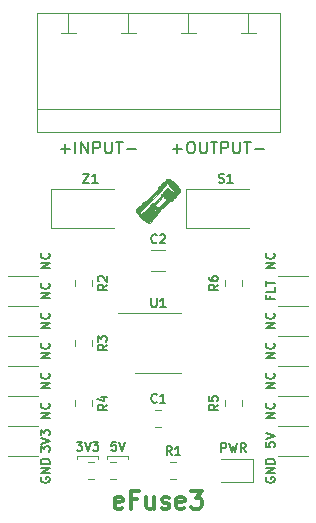
<source format=gbr>
G04 #@! TF.GenerationSoftware,KiCad,Pcbnew,(5.1.5)-3*
G04 #@! TF.CreationDate,2020-05-07T13:41:12+02:00*
G04 #@! TF.ProjectId,TPS25921A_eFuse,54505332-3539-4323-9141-5f6546757365,rev?*
G04 #@! TF.SameCoordinates,Original*
G04 #@! TF.FileFunction,Legend,Top*
G04 #@! TF.FilePolarity,Positive*
%FSLAX46Y46*%
G04 Gerber Fmt 4.6, Leading zero omitted, Abs format (unit mm)*
G04 Created by KiCad (PCBNEW (5.1.5)-3) date 2020-05-07 13:41:12*
%MOMM*%
%LPD*%
G04 APERTURE LIST*
%ADD10C,0.150000*%
%ADD11C,0.120000*%
%ADD12C,0.300000*%
%ADD13C,0.010000*%
G04 APERTURE END LIST*
D10*
X206719714Y-113628714D02*
X205957714Y-113628714D01*
X206719714Y-113193285D01*
X205957714Y-113193285D01*
X206647142Y-112395000D02*
X206683428Y-112431285D01*
X206719714Y-112540142D01*
X206719714Y-112612714D01*
X206683428Y-112721571D01*
X206610857Y-112794142D01*
X206538285Y-112830428D01*
X206393142Y-112866714D01*
X206284285Y-112866714D01*
X206139142Y-112830428D01*
X206066571Y-112794142D01*
X205994000Y-112721571D01*
X205957714Y-112612714D01*
X205957714Y-112540142D01*
X205994000Y-112431285D01*
X206030285Y-112395000D01*
X225769714Y-106008714D02*
X225007714Y-106008714D01*
X225769714Y-105573285D01*
X225007714Y-105573285D01*
X225697142Y-104775000D02*
X225733428Y-104811285D01*
X225769714Y-104920142D01*
X225769714Y-104992714D01*
X225733428Y-105101571D01*
X225660857Y-105174142D01*
X225588285Y-105210428D01*
X225443142Y-105246714D01*
X225334285Y-105246714D01*
X225189142Y-105210428D01*
X225116571Y-105174142D01*
X225044000Y-105101571D01*
X225007714Y-104992714D01*
X225007714Y-104920142D01*
X225044000Y-104811285D01*
X225080285Y-104775000D01*
X225370571Y-108439857D02*
X225370571Y-108693857D01*
X225769714Y-108693857D02*
X225007714Y-108693857D01*
X225007714Y-108331000D01*
X225769714Y-107677857D02*
X225769714Y-108040714D01*
X225007714Y-108040714D01*
X225007714Y-107532714D02*
X225007714Y-107097285D01*
X225769714Y-107315000D02*
X225007714Y-107315000D01*
X225769714Y-111088714D02*
X225007714Y-111088714D01*
X225769714Y-110653285D01*
X225007714Y-110653285D01*
X225697142Y-109855000D02*
X225733428Y-109891285D01*
X225769714Y-110000142D01*
X225769714Y-110072714D01*
X225733428Y-110181571D01*
X225660857Y-110254142D01*
X225588285Y-110290428D01*
X225443142Y-110326714D01*
X225334285Y-110326714D01*
X225189142Y-110290428D01*
X225116571Y-110254142D01*
X225044000Y-110181571D01*
X225007714Y-110072714D01*
X225007714Y-110000142D01*
X225044000Y-109891285D01*
X225080285Y-109855000D01*
X225769714Y-113628714D02*
X225007714Y-113628714D01*
X225769714Y-113193285D01*
X225007714Y-113193285D01*
X225697142Y-112395000D02*
X225733428Y-112431285D01*
X225769714Y-112540142D01*
X225769714Y-112612714D01*
X225733428Y-112721571D01*
X225660857Y-112794142D01*
X225588285Y-112830428D01*
X225443142Y-112866714D01*
X225334285Y-112866714D01*
X225189142Y-112830428D01*
X225116571Y-112794142D01*
X225044000Y-112721571D01*
X225007714Y-112612714D01*
X225007714Y-112540142D01*
X225044000Y-112431285D01*
X225080285Y-112395000D01*
X225769714Y-116168714D02*
X225007714Y-116168714D01*
X225769714Y-115733285D01*
X225007714Y-115733285D01*
X225697142Y-114935000D02*
X225733428Y-114971285D01*
X225769714Y-115080142D01*
X225769714Y-115152714D01*
X225733428Y-115261571D01*
X225660857Y-115334142D01*
X225588285Y-115370428D01*
X225443142Y-115406714D01*
X225334285Y-115406714D01*
X225189142Y-115370428D01*
X225116571Y-115334142D01*
X225044000Y-115261571D01*
X225007714Y-115152714D01*
X225007714Y-115080142D01*
X225044000Y-114971285D01*
X225080285Y-114935000D01*
X225769714Y-118708714D02*
X225007714Y-118708714D01*
X225769714Y-118273285D01*
X225007714Y-118273285D01*
X225697142Y-117475000D02*
X225733428Y-117511285D01*
X225769714Y-117620142D01*
X225769714Y-117692714D01*
X225733428Y-117801571D01*
X225660857Y-117874142D01*
X225588285Y-117910428D01*
X225443142Y-117946714D01*
X225334285Y-117946714D01*
X225189142Y-117910428D01*
X225116571Y-117874142D01*
X225044000Y-117801571D01*
X225007714Y-117692714D01*
X225007714Y-117620142D01*
X225044000Y-117511285D01*
X225080285Y-117475000D01*
X225007714Y-120795142D02*
X225007714Y-121158000D01*
X225370571Y-121194285D01*
X225334285Y-121158000D01*
X225298000Y-121085428D01*
X225298000Y-120904000D01*
X225334285Y-120831428D01*
X225370571Y-120795142D01*
X225443142Y-120758857D01*
X225624571Y-120758857D01*
X225697142Y-120795142D01*
X225733428Y-120831428D01*
X225769714Y-120904000D01*
X225769714Y-121085428D01*
X225733428Y-121158000D01*
X225697142Y-121194285D01*
X225007714Y-120541142D02*
X225769714Y-120287142D01*
X225007714Y-120033142D01*
X225044000Y-123770571D02*
X225007714Y-123843142D01*
X225007714Y-123952000D01*
X225044000Y-124060857D01*
X225116571Y-124133428D01*
X225189142Y-124169714D01*
X225334285Y-124206000D01*
X225443142Y-124206000D01*
X225588285Y-124169714D01*
X225660857Y-124133428D01*
X225733428Y-124060857D01*
X225769714Y-123952000D01*
X225769714Y-123879428D01*
X225733428Y-123770571D01*
X225697142Y-123734285D01*
X225443142Y-123734285D01*
X225443142Y-123879428D01*
X225769714Y-123407714D02*
X225007714Y-123407714D01*
X225769714Y-122972285D01*
X225007714Y-122972285D01*
X225769714Y-122609428D02*
X225007714Y-122609428D01*
X225007714Y-122428000D01*
X225044000Y-122319142D01*
X225116571Y-122246571D01*
X225189142Y-122210285D01*
X225334285Y-122174000D01*
X225443142Y-122174000D01*
X225588285Y-122210285D01*
X225660857Y-122246571D01*
X225733428Y-122319142D01*
X225769714Y-122428000D01*
X225769714Y-122609428D01*
X205994000Y-123770571D02*
X205957714Y-123843142D01*
X205957714Y-123952000D01*
X205994000Y-124060857D01*
X206066571Y-124133428D01*
X206139142Y-124169714D01*
X206284285Y-124206000D01*
X206393142Y-124206000D01*
X206538285Y-124169714D01*
X206610857Y-124133428D01*
X206683428Y-124060857D01*
X206719714Y-123952000D01*
X206719714Y-123879428D01*
X206683428Y-123770571D01*
X206647142Y-123734285D01*
X206393142Y-123734285D01*
X206393142Y-123879428D01*
X206719714Y-123407714D02*
X205957714Y-123407714D01*
X206719714Y-122972285D01*
X205957714Y-122972285D01*
X206719714Y-122609428D02*
X205957714Y-122609428D01*
X205957714Y-122428000D01*
X205994000Y-122319142D01*
X206066571Y-122246571D01*
X206139142Y-122210285D01*
X206284285Y-122174000D01*
X206393142Y-122174000D01*
X206538285Y-122210285D01*
X206610857Y-122246571D01*
X206683428Y-122319142D01*
X206719714Y-122428000D01*
X206719714Y-122609428D01*
X205957714Y-121593428D02*
X205957714Y-121121714D01*
X206248000Y-121375714D01*
X206248000Y-121266857D01*
X206284285Y-121194285D01*
X206320571Y-121158000D01*
X206393142Y-121121714D01*
X206574571Y-121121714D01*
X206647142Y-121158000D01*
X206683428Y-121194285D01*
X206719714Y-121266857D01*
X206719714Y-121484571D01*
X206683428Y-121557142D01*
X206647142Y-121593428D01*
X205957714Y-120904000D02*
X206719714Y-120650000D01*
X205957714Y-120396000D01*
X205957714Y-120214571D02*
X205957714Y-119742857D01*
X206248000Y-119996857D01*
X206248000Y-119888000D01*
X206284285Y-119815428D01*
X206320571Y-119779142D01*
X206393142Y-119742857D01*
X206574571Y-119742857D01*
X206647142Y-119779142D01*
X206683428Y-119815428D01*
X206719714Y-119888000D01*
X206719714Y-120105714D01*
X206683428Y-120178285D01*
X206647142Y-120214571D01*
X206719714Y-118708714D02*
X205957714Y-118708714D01*
X206719714Y-118273285D01*
X205957714Y-118273285D01*
X206647142Y-117475000D02*
X206683428Y-117511285D01*
X206719714Y-117620142D01*
X206719714Y-117692714D01*
X206683428Y-117801571D01*
X206610857Y-117874142D01*
X206538285Y-117910428D01*
X206393142Y-117946714D01*
X206284285Y-117946714D01*
X206139142Y-117910428D01*
X206066571Y-117874142D01*
X205994000Y-117801571D01*
X205957714Y-117692714D01*
X205957714Y-117620142D01*
X205994000Y-117511285D01*
X206030285Y-117475000D01*
X206719714Y-116168714D02*
X205957714Y-116168714D01*
X206719714Y-115733285D01*
X205957714Y-115733285D01*
X206647142Y-114935000D02*
X206683428Y-114971285D01*
X206719714Y-115080142D01*
X206719714Y-115152714D01*
X206683428Y-115261571D01*
X206610857Y-115334142D01*
X206538285Y-115370428D01*
X206393142Y-115406714D01*
X206284285Y-115406714D01*
X206139142Y-115370428D01*
X206066571Y-115334142D01*
X205994000Y-115261571D01*
X205957714Y-115152714D01*
X205957714Y-115080142D01*
X205994000Y-114971285D01*
X206030285Y-114935000D01*
X206719714Y-111088714D02*
X205957714Y-111088714D01*
X206719714Y-110653285D01*
X205957714Y-110653285D01*
X206647142Y-109855000D02*
X206683428Y-109891285D01*
X206719714Y-110000142D01*
X206719714Y-110072714D01*
X206683428Y-110181571D01*
X206610857Y-110254142D01*
X206538285Y-110290428D01*
X206393142Y-110326714D01*
X206284285Y-110326714D01*
X206139142Y-110290428D01*
X206066571Y-110254142D01*
X205994000Y-110181571D01*
X205957714Y-110072714D01*
X205957714Y-110000142D01*
X205994000Y-109891285D01*
X206030285Y-109855000D01*
X206719714Y-108548714D02*
X205957714Y-108548714D01*
X206719714Y-108113285D01*
X205957714Y-108113285D01*
X206647142Y-107315000D02*
X206683428Y-107351285D01*
X206719714Y-107460142D01*
X206719714Y-107532714D01*
X206683428Y-107641571D01*
X206610857Y-107714142D01*
X206538285Y-107750428D01*
X206393142Y-107786714D01*
X206284285Y-107786714D01*
X206139142Y-107750428D01*
X206066571Y-107714142D01*
X205994000Y-107641571D01*
X205957714Y-107532714D01*
X205957714Y-107460142D01*
X205994000Y-107351285D01*
X206030285Y-107315000D01*
X206719714Y-106008714D02*
X205957714Y-106008714D01*
X206719714Y-105573285D01*
X205957714Y-105573285D01*
X206647142Y-104775000D02*
X206683428Y-104811285D01*
X206719714Y-104920142D01*
X206719714Y-104992714D01*
X206683428Y-105101571D01*
X206610857Y-105174142D01*
X206538285Y-105210428D01*
X206393142Y-105246714D01*
X206284285Y-105246714D01*
X206139142Y-105210428D01*
X206066571Y-105174142D01*
X205994000Y-105101571D01*
X205957714Y-104992714D01*
X205957714Y-104920142D01*
X205994000Y-104811285D01*
X206030285Y-104775000D01*
D11*
X226060000Y-121920000D02*
X228600000Y-121920000D01*
X226060000Y-119380000D02*
X228600000Y-119380000D01*
X228600000Y-116840000D02*
X226060000Y-116840000D01*
X226060000Y-114300000D02*
X228600000Y-114300000D01*
X228600000Y-111760000D02*
X226060000Y-111760000D01*
X226060000Y-109220000D02*
X228600000Y-109220000D01*
X228600000Y-106680000D02*
X226060000Y-106680000D01*
X205740000Y-106680000D02*
X203200000Y-106680000D01*
X205740000Y-109220000D02*
X203200000Y-109220000D01*
X205740000Y-111760000D02*
X203200000Y-111760000D01*
X203200000Y-114300000D02*
X205740000Y-114300000D01*
X203200000Y-116840000D02*
X205740000Y-116840000D01*
X203200000Y-119380000D02*
X205740000Y-119380000D01*
X203200000Y-121920000D02*
X205740000Y-121920000D01*
D10*
X212325857Y-120740714D02*
X211963000Y-120740714D01*
X211926714Y-121103571D01*
X211963000Y-121067285D01*
X212035571Y-121031000D01*
X212217000Y-121031000D01*
X212289571Y-121067285D01*
X212325857Y-121103571D01*
X212362142Y-121176142D01*
X212362142Y-121357571D01*
X212325857Y-121430142D01*
X212289571Y-121466428D01*
X212217000Y-121502714D01*
X212035571Y-121502714D01*
X211963000Y-121466428D01*
X211926714Y-121430142D01*
X212579857Y-120740714D02*
X212833857Y-121502714D01*
X213087857Y-120740714D01*
X208987571Y-120740714D02*
X209459285Y-120740714D01*
X209205285Y-121031000D01*
X209314142Y-121031000D01*
X209386714Y-121067285D01*
X209423000Y-121103571D01*
X209459285Y-121176142D01*
X209459285Y-121357571D01*
X209423000Y-121430142D01*
X209386714Y-121466428D01*
X209314142Y-121502714D01*
X209096428Y-121502714D01*
X209023857Y-121466428D01*
X208987571Y-121430142D01*
X209677000Y-120740714D02*
X209931000Y-121502714D01*
X210185000Y-120740714D01*
X210366428Y-120740714D02*
X210838142Y-120740714D01*
X210584142Y-121031000D01*
X210693000Y-121031000D01*
X210765571Y-121067285D01*
X210801857Y-121103571D01*
X210838142Y-121176142D01*
X210838142Y-121357571D01*
X210801857Y-121430142D01*
X210765571Y-121466428D01*
X210693000Y-121502714D01*
X210475285Y-121502714D01*
X210402714Y-121466428D01*
X210366428Y-121430142D01*
D11*
X213360000Y-121920000D02*
X213360000Y-122174000D01*
X211582000Y-121920000D02*
X213360000Y-121920000D01*
X211582000Y-122174000D02*
X211582000Y-121920000D01*
X210820000Y-121920000D02*
X210820000Y-122174000D01*
X209042000Y-121920000D02*
X210820000Y-121920000D01*
X209042000Y-122174000D02*
X209042000Y-121920000D01*
D10*
X221234000Y-121629714D02*
X221234000Y-120867714D01*
X221524285Y-120867714D01*
X221596857Y-120904000D01*
X221633142Y-120940285D01*
X221669428Y-121012857D01*
X221669428Y-121121714D01*
X221633142Y-121194285D01*
X221596857Y-121230571D01*
X221524285Y-121266857D01*
X221234000Y-121266857D01*
X221923428Y-120867714D02*
X222104857Y-121629714D01*
X222250000Y-121085428D01*
X222395142Y-121629714D01*
X222576571Y-120867714D01*
X223302285Y-121629714D02*
X223048285Y-121266857D01*
X222866857Y-121629714D02*
X222866857Y-120867714D01*
X223157142Y-120867714D01*
X223229714Y-120904000D01*
X223266000Y-120940285D01*
X223302285Y-121012857D01*
X223302285Y-121121714D01*
X223266000Y-121194285D01*
X223229714Y-121230571D01*
X223157142Y-121266857D01*
X222866857Y-121266857D01*
X217146666Y-95956428D02*
X217908571Y-95956428D01*
X217527619Y-96337380D02*
X217527619Y-95575476D01*
X218575238Y-95337380D02*
X218765714Y-95337380D01*
X218860952Y-95385000D01*
X218956190Y-95480238D01*
X219003809Y-95670714D01*
X219003809Y-96004047D01*
X218956190Y-96194523D01*
X218860952Y-96289761D01*
X218765714Y-96337380D01*
X218575238Y-96337380D01*
X218480000Y-96289761D01*
X218384761Y-96194523D01*
X218337142Y-96004047D01*
X218337142Y-95670714D01*
X218384761Y-95480238D01*
X218480000Y-95385000D01*
X218575238Y-95337380D01*
X219432380Y-95337380D02*
X219432380Y-96146904D01*
X219480000Y-96242142D01*
X219527619Y-96289761D01*
X219622857Y-96337380D01*
X219813333Y-96337380D01*
X219908571Y-96289761D01*
X219956190Y-96242142D01*
X220003809Y-96146904D01*
X220003809Y-95337380D01*
X220337142Y-95337380D02*
X220908571Y-95337380D01*
X220622857Y-96337380D02*
X220622857Y-95337380D01*
X221241904Y-96337380D02*
X221241904Y-95337380D01*
X221622857Y-95337380D01*
X221718095Y-95385000D01*
X221765714Y-95432619D01*
X221813333Y-95527857D01*
X221813333Y-95670714D01*
X221765714Y-95765952D01*
X221718095Y-95813571D01*
X221622857Y-95861190D01*
X221241904Y-95861190D01*
X222241904Y-95337380D02*
X222241904Y-96146904D01*
X222289523Y-96242142D01*
X222337142Y-96289761D01*
X222432380Y-96337380D01*
X222622857Y-96337380D01*
X222718095Y-96289761D01*
X222765714Y-96242142D01*
X222813333Y-96146904D01*
X222813333Y-95337380D01*
X223146666Y-95337380D02*
X223718095Y-95337380D01*
X223432380Y-96337380D02*
X223432380Y-95337380D01*
X224051428Y-95956428D02*
X224813333Y-95956428D01*
X207653333Y-95956428D02*
X208415238Y-95956428D01*
X208034285Y-96337380D02*
X208034285Y-95575476D01*
X208891428Y-96337380D02*
X208891428Y-95337380D01*
X209367619Y-96337380D02*
X209367619Y-95337380D01*
X209939047Y-96337380D01*
X209939047Y-95337380D01*
X210415238Y-96337380D02*
X210415238Y-95337380D01*
X210796190Y-95337380D01*
X210891428Y-95385000D01*
X210939047Y-95432619D01*
X210986666Y-95527857D01*
X210986666Y-95670714D01*
X210939047Y-95765952D01*
X210891428Y-95813571D01*
X210796190Y-95861190D01*
X210415238Y-95861190D01*
X211415238Y-95337380D02*
X211415238Y-96146904D01*
X211462857Y-96242142D01*
X211510476Y-96289761D01*
X211605714Y-96337380D01*
X211796190Y-96337380D01*
X211891428Y-96289761D01*
X211939047Y-96242142D01*
X211986666Y-96146904D01*
X211986666Y-95337380D01*
X212320000Y-95337380D02*
X212891428Y-95337380D01*
X212605714Y-96337380D02*
X212605714Y-95337380D01*
X213224761Y-95956428D02*
X213986666Y-95956428D01*
D12*
X212852000Y-126346857D02*
X212706857Y-126419428D01*
X212416571Y-126419428D01*
X212271428Y-126346857D01*
X212198857Y-126201714D01*
X212198857Y-125621142D01*
X212271428Y-125476000D01*
X212416571Y-125403428D01*
X212706857Y-125403428D01*
X212852000Y-125476000D01*
X212924571Y-125621142D01*
X212924571Y-125766285D01*
X212198857Y-125911428D01*
X214085714Y-125621142D02*
X213577714Y-125621142D01*
X213577714Y-126419428D02*
X213577714Y-124895428D01*
X214303428Y-124895428D01*
X215537142Y-125403428D02*
X215537142Y-126419428D01*
X214884000Y-125403428D02*
X214884000Y-126201714D01*
X214956571Y-126346857D01*
X215101714Y-126419428D01*
X215319428Y-126419428D01*
X215464571Y-126346857D01*
X215537142Y-126274285D01*
X216190285Y-126346857D02*
X216335428Y-126419428D01*
X216625714Y-126419428D01*
X216770857Y-126346857D01*
X216843428Y-126201714D01*
X216843428Y-126129142D01*
X216770857Y-125984000D01*
X216625714Y-125911428D01*
X216408000Y-125911428D01*
X216262857Y-125838857D01*
X216190285Y-125693714D01*
X216190285Y-125621142D01*
X216262857Y-125476000D01*
X216408000Y-125403428D01*
X216625714Y-125403428D01*
X216770857Y-125476000D01*
X218077142Y-126346857D02*
X217932000Y-126419428D01*
X217641714Y-126419428D01*
X217496571Y-126346857D01*
X217424000Y-126201714D01*
X217424000Y-125621142D01*
X217496571Y-125476000D01*
X217641714Y-125403428D01*
X217932000Y-125403428D01*
X218077142Y-125476000D01*
X218149714Y-125621142D01*
X218149714Y-125766285D01*
X217424000Y-125911428D01*
X218657714Y-124895428D02*
X219601142Y-124895428D01*
X219093142Y-125476000D01*
X219310857Y-125476000D01*
X219456000Y-125548571D01*
X219528571Y-125621142D01*
X219601142Y-125766285D01*
X219601142Y-126129142D01*
X219528571Y-126274285D01*
X219456000Y-126346857D01*
X219310857Y-126419428D01*
X218875428Y-126419428D01*
X218730285Y-126346857D01*
X218657714Y-126274285D01*
D13*
G36*
X216204798Y-100018848D02*
G01*
X216248462Y-100063897D01*
X215936101Y-100377923D01*
X215623740Y-100691950D01*
X215660270Y-100760075D01*
X215680267Y-100803615D01*
X215693536Y-100844473D01*
X215696800Y-100866227D01*
X215699099Y-100892374D01*
X215710944Y-100899520D01*
X215731725Y-100895927D01*
X215767604Y-100882190D01*
X215801575Y-100862420D01*
X215825101Y-100846560D01*
X215834663Y-100845723D01*
X215836499Y-100859535D01*
X215836500Y-100860328D01*
X215828002Y-100897233D01*
X215806383Y-100941532D01*
X215777448Y-100983684D01*
X215747004Y-101014147D01*
X215740146Y-101018643D01*
X215672050Y-101043395D01*
X215594107Y-101046560D01*
X215515843Y-101029859D01*
X215463319Y-101007736D01*
X215407725Y-100977010D01*
X215378041Y-100956855D01*
X215342578Y-100926045D01*
X215304448Y-100886641D01*
X215268132Y-100844128D01*
X215238111Y-100803992D01*
X215218867Y-100771722D01*
X215214200Y-100756259D01*
X215222730Y-100742085D01*
X215245849Y-100714509D01*
X215279844Y-100677746D01*
X215313883Y-100643055D01*
X215413566Y-100543957D01*
X215458382Y-100562682D01*
X215490146Y-100578782D01*
X215510892Y-100594420D01*
X215512740Y-100596846D01*
X215524500Y-100592639D01*
X215553415Y-100569947D01*
X215599352Y-100528892D01*
X215662179Y-100469597D01*
X215741762Y-100392184D01*
X215837968Y-100296777D01*
X215841708Y-100293041D01*
X216161134Y-99973798D01*
X216204798Y-100018848D01*
G37*
X216204798Y-100018848D02*
X216248462Y-100063897D01*
X215936101Y-100377923D01*
X215623740Y-100691950D01*
X215660270Y-100760075D01*
X215680267Y-100803615D01*
X215693536Y-100844473D01*
X215696800Y-100866227D01*
X215699099Y-100892374D01*
X215710944Y-100899520D01*
X215731725Y-100895927D01*
X215767604Y-100882190D01*
X215801575Y-100862420D01*
X215825101Y-100846560D01*
X215834663Y-100845723D01*
X215836499Y-100859535D01*
X215836500Y-100860328D01*
X215828002Y-100897233D01*
X215806383Y-100941532D01*
X215777448Y-100983684D01*
X215747004Y-101014147D01*
X215740146Y-101018643D01*
X215672050Y-101043395D01*
X215594107Y-101046560D01*
X215515843Y-101029859D01*
X215463319Y-101007736D01*
X215407725Y-100977010D01*
X215378041Y-100956855D01*
X215342578Y-100926045D01*
X215304448Y-100886641D01*
X215268132Y-100844128D01*
X215238111Y-100803992D01*
X215218867Y-100771722D01*
X215214200Y-100756259D01*
X215222730Y-100742085D01*
X215245849Y-100714509D01*
X215279844Y-100677746D01*
X215313883Y-100643055D01*
X215413566Y-100543957D01*
X215458382Y-100562682D01*
X215490146Y-100578782D01*
X215510892Y-100594420D01*
X215512740Y-100596846D01*
X215524500Y-100592639D01*
X215553415Y-100569947D01*
X215599352Y-100528892D01*
X215662179Y-100469597D01*
X215741762Y-100392184D01*
X215837968Y-100296777D01*
X215841708Y-100293041D01*
X216161134Y-99973798D01*
X216204798Y-100018848D01*
G36*
X216801307Y-98479033D02*
G01*
X216892485Y-98512893D01*
X216992494Y-98564661D01*
X217099351Y-98633422D01*
X217211075Y-98718260D01*
X217233500Y-98736800D01*
X217341014Y-98833301D01*
X217439855Y-98934606D01*
X217528507Y-99038302D01*
X217605454Y-99141976D01*
X217669180Y-99243216D01*
X217718168Y-99339609D01*
X217750902Y-99428743D01*
X217765867Y-99508206D01*
X217761545Y-99575585D01*
X217761293Y-99576624D01*
X217750629Y-99593075D01*
X217724137Y-99624852D01*
X217684178Y-99669549D01*
X217633112Y-99724760D01*
X217573298Y-99788082D01*
X217507096Y-99857107D01*
X217436867Y-99929430D01*
X217364970Y-100002647D01*
X217293765Y-100074351D01*
X217225611Y-100142137D01*
X217162870Y-100203600D01*
X217107900Y-100256335D01*
X217063061Y-100297935D01*
X217030713Y-100325996D01*
X217015055Y-100337273D01*
X216979670Y-100349092D01*
X216935997Y-100355178D01*
X216927243Y-100355400D01*
X216915723Y-100355632D01*
X216904532Y-100357235D01*
X216892160Y-100361566D01*
X216877098Y-100369983D01*
X216857836Y-100383844D01*
X216832866Y-100404507D01*
X216800679Y-100433329D01*
X216759765Y-100471668D01*
X216708615Y-100520883D01*
X216645720Y-100582330D01*
X216569571Y-100657369D01*
X216478658Y-100747356D01*
X216371473Y-100853649D01*
X216352043Y-100872925D01*
X216241902Y-100982233D01*
X216148409Y-101075203D01*
X216070159Y-101153362D01*
X216005747Y-101218237D01*
X215953767Y-101271357D01*
X215912813Y-101314248D01*
X215881481Y-101348438D01*
X215858363Y-101375456D01*
X215842056Y-101396828D01*
X215831152Y-101414082D01*
X215824247Y-101428746D01*
X215819935Y-101442347D01*
X215817280Y-101454109D01*
X215803518Y-101502173D01*
X215784330Y-101547982D01*
X215776489Y-101562059D01*
X215760836Y-101581745D01*
X215729498Y-101616720D01*
X215684886Y-101664450D01*
X215629414Y-101722403D01*
X215565494Y-101788045D01*
X215495540Y-101858845D01*
X215457117Y-101897319D01*
X215165454Y-102188289D01*
X215097752Y-102192422D01*
X215047054Y-102191555D01*
X214997018Y-102184594D01*
X214978886Y-102179847D01*
X214876800Y-102137153D01*
X214767407Y-102074770D01*
X214654252Y-101995971D01*
X214540880Y-101904031D01*
X214430837Y-101802226D01*
X214327668Y-101693829D01*
X214234917Y-101582115D01*
X214156132Y-101470360D01*
X214096130Y-101364453D01*
X214070283Y-101303752D01*
X214325200Y-101303752D01*
X214332794Y-101327620D01*
X214352568Y-101362504D01*
X214376295Y-101395659D01*
X214396395Y-101421003D01*
X214414054Y-101440657D01*
X214431238Y-101453458D01*
X214449913Y-101458240D01*
X214472043Y-101453842D01*
X214499595Y-101439097D01*
X214534535Y-101412844D01*
X214578827Y-101373918D01*
X214634438Y-101321155D01*
X214703332Y-101253391D01*
X214787476Y-101169462D01*
X214829829Y-101127121D01*
X215163186Y-100793943D01*
X215184929Y-100825496D01*
X215234761Y-100887553D01*
X215301189Y-100955582D01*
X215378066Y-101024253D01*
X215459239Y-101088238D01*
X215538560Y-101142208D01*
X215574892Y-101163385D01*
X215637134Y-101197272D01*
X216119725Y-100712814D01*
X216602316Y-100228357D01*
X216489283Y-100143179D01*
X216448123Y-100110374D01*
X216399551Y-100068865D01*
X216347021Y-100021939D01*
X216293988Y-99972882D01*
X216243904Y-99924980D01*
X216200224Y-99881520D01*
X216166401Y-99845789D01*
X216145889Y-99821074D01*
X216141300Y-99812040D01*
X216149958Y-99801113D01*
X216174499Y-99774517D01*
X216212773Y-99734469D01*
X216262631Y-99683188D01*
X216321923Y-99622892D01*
X216388499Y-99555801D01*
X216425610Y-99518638D01*
X216709920Y-99234539D01*
X216758985Y-99289131D01*
X216831749Y-99361209D01*
X216915786Y-99429856D01*
X217005021Y-99491007D01*
X217093379Y-99540599D01*
X217174785Y-99574568D01*
X217194383Y-99580426D01*
X217230302Y-99588534D01*
X217252312Y-99587036D01*
X217270536Y-99574555D01*
X217275907Y-99569337D01*
X217292711Y-99549672D01*
X217296294Y-99539335D01*
X217187389Y-99456169D01*
X217079006Y-99361189D01*
X216974298Y-99258023D01*
X216876418Y-99150297D01*
X216788518Y-99041641D01*
X216713753Y-98935681D01*
X216655273Y-98836047D01*
X216622674Y-98764221D01*
X216594589Y-98690693D01*
X216558444Y-98725323D01*
X216534903Y-98753085D01*
X216524386Y-98783858D01*
X216522300Y-98820599D01*
X216527085Y-98867810D01*
X216539333Y-98922523D01*
X216549202Y-98953149D01*
X216576104Y-99025052D01*
X215450652Y-100150768D01*
X215267038Y-100334585D01*
X215101131Y-100501018D01*
X214952522Y-100650484D01*
X214820803Y-100783403D01*
X214705565Y-100900193D01*
X214606399Y-101001274D01*
X214522896Y-101087064D01*
X214454647Y-101157982D01*
X214401244Y-101214446D01*
X214362278Y-101256876D01*
X214337339Y-101285691D01*
X214326020Y-101301309D01*
X214325200Y-101303752D01*
X214070283Y-101303752D01*
X214054160Y-101265890D01*
X214031771Y-101181932D01*
X214029081Y-101113091D01*
X214033549Y-101089893D01*
X214042167Y-101072078D01*
X214061172Y-101045788D01*
X214091950Y-101009507D01*
X214135893Y-100961718D01*
X214194387Y-100900906D01*
X214268821Y-100825554D01*
X214347262Y-100747352D01*
X214431327Y-100664235D01*
X214499747Y-100597339D01*
X214554679Y-100544768D01*
X214598280Y-100504625D01*
X214632708Y-100475014D01*
X214660119Y-100454040D01*
X214682673Y-100439805D01*
X214702525Y-100430414D01*
X214711637Y-100427101D01*
X214752974Y-100414929D01*
X214787976Y-100407394D01*
X214800181Y-100406200D01*
X214815765Y-100397012D01*
X214848817Y-100369480D01*
X214899286Y-100323652D01*
X214967121Y-100259578D01*
X215052271Y-100177305D01*
X215154686Y-100076881D01*
X215274315Y-99958354D01*
X215350368Y-99882531D01*
X215874600Y-99358862D01*
X215874600Y-99304050D01*
X215878898Y-99260574D01*
X215889549Y-99221804D01*
X215892726Y-99214944D01*
X215907740Y-99194740D01*
X215938287Y-99160088D01*
X215981962Y-99113349D01*
X216036360Y-99056883D01*
X216099075Y-98993048D01*
X216167702Y-98924205D01*
X216239836Y-98852714D01*
X216313070Y-98780935D01*
X216385000Y-98711228D01*
X216453220Y-98645951D01*
X216515324Y-98587467D01*
X216568908Y-98538133D01*
X216611566Y-98500310D01*
X216640891Y-98476359D01*
X216653375Y-98468706D01*
X216720943Y-98463999D01*
X216801307Y-98479033D01*
G37*
X216801307Y-98479033D02*
X216892485Y-98512893D01*
X216992494Y-98564661D01*
X217099351Y-98633422D01*
X217211075Y-98718260D01*
X217233500Y-98736800D01*
X217341014Y-98833301D01*
X217439855Y-98934606D01*
X217528507Y-99038302D01*
X217605454Y-99141976D01*
X217669180Y-99243216D01*
X217718168Y-99339609D01*
X217750902Y-99428743D01*
X217765867Y-99508206D01*
X217761545Y-99575585D01*
X217761293Y-99576624D01*
X217750629Y-99593075D01*
X217724137Y-99624852D01*
X217684178Y-99669549D01*
X217633112Y-99724760D01*
X217573298Y-99788082D01*
X217507096Y-99857107D01*
X217436867Y-99929430D01*
X217364970Y-100002647D01*
X217293765Y-100074351D01*
X217225611Y-100142137D01*
X217162870Y-100203600D01*
X217107900Y-100256335D01*
X217063061Y-100297935D01*
X217030713Y-100325996D01*
X217015055Y-100337273D01*
X216979670Y-100349092D01*
X216935997Y-100355178D01*
X216927243Y-100355400D01*
X216915723Y-100355632D01*
X216904532Y-100357235D01*
X216892160Y-100361566D01*
X216877098Y-100369983D01*
X216857836Y-100383844D01*
X216832866Y-100404507D01*
X216800679Y-100433329D01*
X216759765Y-100471668D01*
X216708615Y-100520883D01*
X216645720Y-100582330D01*
X216569571Y-100657369D01*
X216478658Y-100747356D01*
X216371473Y-100853649D01*
X216352043Y-100872925D01*
X216241902Y-100982233D01*
X216148409Y-101075203D01*
X216070159Y-101153362D01*
X216005747Y-101218237D01*
X215953767Y-101271357D01*
X215912813Y-101314248D01*
X215881481Y-101348438D01*
X215858363Y-101375456D01*
X215842056Y-101396828D01*
X215831152Y-101414082D01*
X215824247Y-101428746D01*
X215819935Y-101442347D01*
X215817280Y-101454109D01*
X215803518Y-101502173D01*
X215784330Y-101547982D01*
X215776489Y-101562059D01*
X215760836Y-101581745D01*
X215729498Y-101616720D01*
X215684886Y-101664450D01*
X215629414Y-101722403D01*
X215565494Y-101788045D01*
X215495540Y-101858845D01*
X215457117Y-101897319D01*
X215165454Y-102188289D01*
X215097752Y-102192422D01*
X215047054Y-102191555D01*
X214997018Y-102184594D01*
X214978886Y-102179847D01*
X214876800Y-102137153D01*
X214767407Y-102074770D01*
X214654252Y-101995971D01*
X214540880Y-101904031D01*
X214430837Y-101802226D01*
X214327668Y-101693829D01*
X214234917Y-101582115D01*
X214156132Y-101470360D01*
X214096130Y-101364453D01*
X214070283Y-101303752D01*
X214325200Y-101303752D01*
X214332794Y-101327620D01*
X214352568Y-101362504D01*
X214376295Y-101395659D01*
X214396395Y-101421003D01*
X214414054Y-101440657D01*
X214431238Y-101453458D01*
X214449913Y-101458240D01*
X214472043Y-101453842D01*
X214499595Y-101439097D01*
X214534535Y-101412844D01*
X214578827Y-101373918D01*
X214634438Y-101321155D01*
X214703332Y-101253391D01*
X214787476Y-101169462D01*
X214829829Y-101127121D01*
X215163186Y-100793943D01*
X215184929Y-100825496D01*
X215234761Y-100887553D01*
X215301189Y-100955582D01*
X215378066Y-101024253D01*
X215459239Y-101088238D01*
X215538560Y-101142208D01*
X215574892Y-101163385D01*
X215637134Y-101197272D01*
X216119725Y-100712814D01*
X216602316Y-100228357D01*
X216489283Y-100143179D01*
X216448123Y-100110374D01*
X216399551Y-100068865D01*
X216347021Y-100021939D01*
X216293988Y-99972882D01*
X216243904Y-99924980D01*
X216200224Y-99881520D01*
X216166401Y-99845789D01*
X216145889Y-99821074D01*
X216141300Y-99812040D01*
X216149958Y-99801113D01*
X216174499Y-99774517D01*
X216212773Y-99734469D01*
X216262631Y-99683188D01*
X216321923Y-99622892D01*
X216388499Y-99555801D01*
X216425610Y-99518638D01*
X216709920Y-99234539D01*
X216758985Y-99289131D01*
X216831749Y-99361209D01*
X216915786Y-99429856D01*
X217005021Y-99491007D01*
X217093379Y-99540599D01*
X217174785Y-99574568D01*
X217194383Y-99580426D01*
X217230302Y-99588534D01*
X217252312Y-99587036D01*
X217270536Y-99574555D01*
X217275907Y-99569337D01*
X217292711Y-99549672D01*
X217296294Y-99539335D01*
X217187389Y-99456169D01*
X217079006Y-99361189D01*
X216974298Y-99258023D01*
X216876418Y-99150297D01*
X216788518Y-99041641D01*
X216713753Y-98935681D01*
X216655273Y-98836047D01*
X216622674Y-98764221D01*
X216594589Y-98690693D01*
X216558444Y-98725323D01*
X216534903Y-98753085D01*
X216524386Y-98783858D01*
X216522300Y-98820599D01*
X216527085Y-98867810D01*
X216539333Y-98922523D01*
X216549202Y-98953149D01*
X216576104Y-99025052D01*
X215450652Y-100150768D01*
X215267038Y-100334585D01*
X215101131Y-100501018D01*
X214952522Y-100650484D01*
X214820803Y-100783403D01*
X214705565Y-100900193D01*
X214606399Y-101001274D01*
X214522896Y-101087064D01*
X214454647Y-101157982D01*
X214401244Y-101214446D01*
X214362278Y-101256876D01*
X214337339Y-101285691D01*
X214326020Y-101301309D01*
X214325200Y-101303752D01*
X214070283Y-101303752D01*
X214054160Y-101265890D01*
X214031771Y-101181932D01*
X214029081Y-101113091D01*
X214033549Y-101089893D01*
X214042167Y-101072078D01*
X214061172Y-101045788D01*
X214091950Y-101009507D01*
X214135893Y-100961718D01*
X214194387Y-100900906D01*
X214268821Y-100825554D01*
X214347262Y-100747352D01*
X214431327Y-100664235D01*
X214499747Y-100597339D01*
X214554679Y-100544768D01*
X214598280Y-100504625D01*
X214632708Y-100475014D01*
X214660119Y-100454040D01*
X214682673Y-100439805D01*
X214702525Y-100430414D01*
X214711637Y-100427101D01*
X214752974Y-100414929D01*
X214787976Y-100407394D01*
X214800181Y-100406200D01*
X214815765Y-100397012D01*
X214848817Y-100369480D01*
X214899286Y-100323652D01*
X214967121Y-100259578D01*
X215052271Y-100177305D01*
X215154686Y-100076881D01*
X215274315Y-99958354D01*
X215350368Y-99882531D01*
X215874600Y-99358862D01*
X215874600Y-99304050D01*
X215878898Y-99260574D01*
X215889549Y-99221804D01*
X215892726Y-99214944D01*
X215907740Y-99194740D01*
X215938287Y-99160088D01*
X215981962Y-99113349D01*
X216036360Y-99056883D01*
X216099075Y-98993048D01*
X216167702Y-98924205D01*
X216239836Y-98852714D01*
X216313070Y-98780935D01*
X216385000Y-98711228D01*
X216453220Y-98645951D01*
X216515324Y-98587467D01*
X216568908Y-98538133D01*
X216611566Y-98500310D01*
X216640891Y-98476359D01*
X216653375Y-98468706D01*
X216720943Y-98463999D01*
X216801307Y-98479033D01*
D11*
X215641422Y-118035000D02*
X216158578Y-118035000D01*
X215641422Y-119455000D02*
X216158578Y-119455000D01*
X221250000Y-124150000D02*
X223935000Y-124150000D01*
X223935000Y-124150000D02*
X223935000Y-122230000D01*
X223935000Y-122230000D02*
X221250000Y-122230000D01*
X217805000Y-86106000D02*
X219075000Y-86106000D01*
X205613000Y-92583000D02*
X226187000Y-92583000D01*
X226187000Y-84455000D02*
X226187000Y-94488000D01*
X205613000Y-84455000D02*
X226187000Y-84455000D01*
X213360000Y-84455000D02*
X213360000Y-86106000D01*
X224155000Y-86106000D02*
X222885000Y-86106000D01*
X223520000Y-86106000D02*
X223520000Y-84455000D01*
X226187000Y-94488000D02*
X205613000Y-94488000D01*
X218440000Y-84455000D02*
X218440000Y-86106000D01*
X212725000Y-86106000D02*
X213995000Y-86106000D01*
X205613000Y-94488000D02*
X205613000Y-84455000D01*
X208280000Y-84455000D02*
X208280000Y-86106000D01*
X207645000Y-86106000D02*
X208915000Y-86106000D01*
X210481678Y-123900000D02*
X209964522Y-123900000D01*
X210481678Y-122480000D02*
X209964522Y-122480000D01*
X212348578Y-123900000D02*
X211831422Y-123900000D01*
X212348578Y-122480000D02*
X211831422Y-122480000D01*
X216911422Y-122480000D02*
X217428578Y-122480000D01*
X216911422Y-123900000D02*
X217428578Y-123900000D01*
X208840000Y-107056422D02*
X208840000Y-107573578D01*
X210260000Y-107056422D02*
X210260000Y-107573578D01*
X210260000Y-112136422D02*
X210260000Y-112653578D01*
X208840000Y-112136422D02*
X208840000Y-112653578D01*
X208840000Y-117216422D02*
X208840000Y-117733578D01*
X210260000Y-117216422D02*
X210260000Y-117733578D01*
X221540000Y-117733578D02*
X221540000Y-117216422D01*
X222960000Y-117733578D02*
X222960000Y-117216422D01*
X222960000Y-107573578D02*
X222960000Y-107056422D01*
X221540000Y-107573578D02*
X221540000Y-107056422D01*
X215900000Y-114955000D02*
X217850000Y-114955000D01*
X215900000Y-114955000D02*
X213950000Y-114955000D01*
X215900000Y-109835000D02*
X217850000Y-109835000D01*
X215900000Y-109835000D02*
X212450000Y-109835000D01*
X215297936Y-104500000D02*
X216502064Y-104500000D01*
X215297936Y-106320000D02*
X216502064Y-106320000D01*
X218215000Y-99315000D02*
X223615000Y-99315000D01*
X218215000Y-102615000D02*
X223615000Y-102615000D01*
X218215000Y-99315000D02*
X218215000Y-102615000D01*
X206785000Y-99315000D02*
X206785000Y-102615000D01*
X206785000Y-102615000D02*
X212185000Y-102615000D01*
X206785000Y-99315000D02*
X212185000Y-99315000D01*
D10*
X215773000Y-117367142D02*
X215736714Y-117403428D01*
X215627857Y-117439714D01*
X215555285Y-117439714D01*
X215446428Y-117403428D01*
X215373857Y-117330857D01*
X215337571Y-117258285D01*
X215301285Y-117113142D01*
X215301285Y-117004285D01*
X215337571Y-116859142D01*
X215373857Y-116786571D01*
X215446428Y-116714000D01*
X215555285Y-116677714D01*
X215627857Y-116677714D01*
X215736714Y-116714000D01*
X215773000Y-116750285D01*
X216498714Y-117439714D02*
X216063285Y-117439714D01*
X216281000Y-117439714D02*
X216281000Y-116677714D01*
X216208428Y-116786571D01*
X216135857Y-116859142D01*
X216063285Y-116895428D01*
X217043000Y-121884714D02*
X216789000Y-121521857D01*
X216607571Y-121884714D02*
X216607571Y-121122714D01*
X216897857Y-121122714D01*
X216970428Y-121159000D01*
X217006714Y-121195285D01*
X217043000Y-121267857D01*
X217043000Y-121376714D01*
X217006714Y-121449285D01*
X216970428Y-121485571D01*
X216897857Y-121521857D01*
X216607571Y-121521857D01*
X217768714Y-121884714D02*
X217333285Y-121884714D01*
X217551000Y-121884714D02*
X217551000Y-121122714D01*
X217478428Y-121231571D01*
X217405857Y-121304142D01*
X217333285Y-121340428D01*
X211544714Y-107442000D02*
X211181857Y-107696000D01*
X211544714Y-107877428D02*
X210782714Y-107877428D01*
X210782714Y-107587142D01*
X210819000Y-107514571D01*
X210855285Y-107478285D01*
X210927857Y-107442000D01*
X211036714Y-107442000D01*
X211109285Y-107478285D01*
X211145571Y-107514571D01*
X211181857Y-107587142D01*
X211181857Y-107877428D01*
X210855285Y-107151714D02*
X210819000Y-107115428D01*
X210782714Y-107042857D01*
X210782714Y-106861428D01*
X210819000Y-106788857D01*
X210855285Y-106752571D01*
X210927857Y-106716285D01*
X211000428Y-106716285D01*
X211109285Y-106752571D01*
X211544714Y-107188000D01*
X211544714Y-106716285D01*
X211544714Y-112522000D02*
X211181857Y-112776000D01*
X211544714Y-112957428D02*
X210782714Y-112957428D01*
X210782714Y-112667142D01*
X210819000Y-112594571D01*
X210855285Y-112558285D01*
X210927857Y-112522000D01*
X211036714Y-112522000D01*
X211109285Y-112558285D01*
X211145571Y-112594571D01*
X211181857Y-112667142D01*
X211181857Y-112957428D01*
X210782714Y-112268000D02*
X210782714Y-111796285D01*
X211073000Y-112050285D01*
X211073000Y-111941428D01*
X211109285Y-111868857D01*
X211145571Y-111832571D01*
X211218142Y-111796285D01*
X211399571Y-111796285D01*
X211472142Y-111832571D01*
X211508428Y-111868857D01*
X211544714Y-111941428D01*
X211544714Y-112159142D01*
X211508428Y-112231714D01*
X211472142Y-112268000D01*
X211544714Y-117602000D02*
X211181857Y-117856000D01*
X211544714Y-118037428D02*
X210782714Y-118037428D01*
X210782714Y-117747142D01*
X210819000Y-117674571D01*
X210855285Y-117638285D01*
X210927857Y-117602000D01*
X211036714Y-117602000D01*
X211109285Y-117638285D01*
X211145571Y-117674571D01*
X211181857Y-117747142D01*
X211181857Y-118037428D01*
X211036714Y-116948857D02*
X211544714Y-116948857D01*
X210746428Y-117130285D02*
X211290714Y-117311714D01*
X211290714Y-116840000D01*
X220944714Y-117602000D02*
X220581857Y-117856000D01*
X220944714Y-118037428D02*
X220182714Y-118037428D01*
X220182714Y-117747142D01*
X220219000Y-117674571D01*
X220255285Y-117638285D01*
X220327857Y-117602000D01*
X220436714Y-117602000D01*
X220509285Y-117638285D01*
X220545571Y-117674571D01*
X220581857Y-117747142D01*
X220581857Y-118037428D01*
X220182714Y-116912571D02*
X220182714Y-117275428D01*
X220545571Y-117311714D01*
X220509285Y-117275428D01*
X220473000Y-117202857D01*
X220473000Y-117021428D01*
X220509285Y-116948857D01*
X220545571Y-116912571D01*
X220618142Y-116876285D01*
X220799571Y-116876285D01*
X220872142Y-116912571D01*
X220908428Y-116948857D01*
X220944714Y-117021428D01*
X220944714Y-117202857D01*
X220908428Y-117275428D01*
X220872142Y-117311714D01*
X220944714Y-107442000D02*
X220581857Y-107696000D01*
X220944714Y-107877428D02*
X220182714Y-107877428D01*
X220182714Y-107587142D01*
X220219000Y-107514571D01*
X220255285Y-107478285D01*
X220327857Y-107442000D01*
X220436714Y-107442000D01*
X220509285Y-107478285D01*
X220545571Y-107514571D01*
X220581857Y-107587142D01*
X220581857Y-107877428D01*
X220182714Y-106788857D02*
X220182714Y-106934000D01*
X220219000Y-107006571D01*
X220255285Y-107042857D01*
X220364142Y-107115428D01*
X220509285Y-107151714D01*
X220799571Y-107151714D01*
X220872142Y-107115428D01*
X220908428Y-107079142D01*
X220944714Y-107006571D01*
X220944714Y-106861428D01*
X220908428Y-106788857D01*
X220872142Y-106752571D01*
X220799571Y-106716285D01*
X220618142Y-106716285D01*
X220545571Y-106752571D01*
X220509285Y-106788857D01*
X220473000Y-106861428D01*
X220473000Y-107006571D01*
X220509285Y-107079142D01*
X220545571Y-107115428D01*
X220618142Y-107151714D01*
X215319428Y-108577714D02*
X215319428Y-109194571D01*
X215355714Y-109267142D01*
X215392000Y-109303428D01*
X215464571Y-109339714D01*
X215609714Y-109339714D01*
X215682285Y-109303428D01*
X215718571Y-109267142D01*
X215754857Y-109194571D01*
X215754857Y-108577714D01*
X216516857Y-109339714D02*
X216081428Y-109339714D01*
X216299142Y-109339714D02*
X216299142Y-108577714D01*
X216226571Y-108686571D01*
X216154000Y-108759142D01*
X216081428Y-108795428D01*
X215773000Y-103862142D02*
X215736714Y-103898428D01*
X215627857Y-103934714D01*
X215555285Y-103934714D01*
X215446428Y-103898428D01*
X215373857Y-103825857D01*
X215337571Y-103753285D01*
X215301285Y-103608142D01*
X215301285Y-103499285D01*
X215337571Y-103354142D01*
X215373857Y-103281571D01*
X215446428Y-103209000D01*
X215555285Y-103172714D01*
X215627857Y-103172714D01*
X215736714Y-103209000D01*
X215773000Y-103245285D01*
X216063285Y-103245285D02*
X216099571Y-103209000D01*
X216172142Y-103172714D01*
X216353571Y-103172714D01*
X216426142Y-103209000D01*
X216462428Y-103245285D01*
X216498714Y-103317857D01*
X216498714Y-103390428D01*
X216462428Y-103499285D01*
X216027000Y-103934714D01*
X216498714Y-103934714D01*
X221034428Y-98773428D02*
X221143285Y-98809714D01*
X221324714Y-98809714D01*
X221397285Y-98773428D01*
X221433571Y-98737142D01*
X221469857Y-98664571D01*
X221469857Y-98592000D01*
X221433571Y-98519428D01*
X221397285Y-98483142D01*
X221324714Y-98446857D01*
X221179571Y-98410571D01*
X221107000Y-98374285D01*
X221070714Y-98338000D01*
X221034428Y-98265428D01*
X221034428Y-98192857D01*
X221070714Y-98120285D01*
X221107000Y-98084000D01*
X221179571Y-98047714D01*
X221361000Y-98047714D01*
X221469857Y-98084000D01*
X222195571Y-98809714D02*
X221760142Y-98809714D01*
X221977857Y-98809714D02*
X221977857Y-98047714D01*
X221905285Y-98156571D01*
X221832714Y-98229142D01*
X221760142Y-98265428D01*
X209568142Y-98047714D02*
X210076142Y-98047714D01*
X209568142Y-98809714D01*
X210076142Y-98809714D01*
X210765571Y-98809714D02*
X210330142Y-98809714D01*
X210547857Y-98809714D02*
X210547857Y-98047714D01*
X210475285Y-98156571D01*
X210402714Y-98229142D01*
X210330142Y-98265428D01*
M02*

</source>
